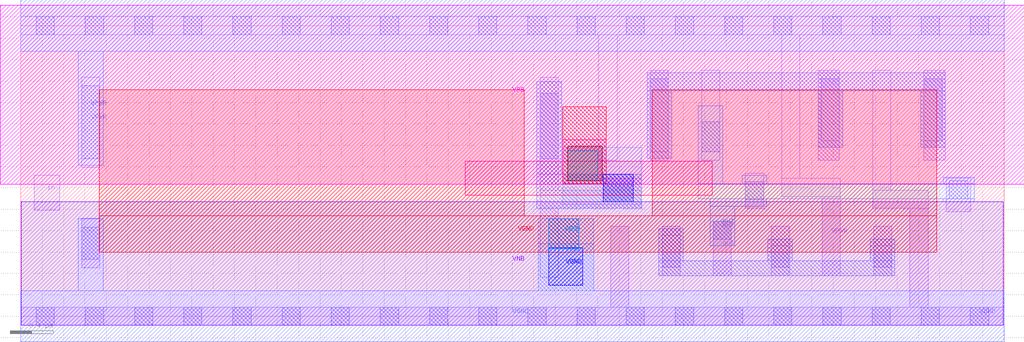
<source format=lef>
VERSION 5.7 ;
  NOWIREEXTENSIONATPIN ON ;
  DIVIDERCHAR "/" ;
  BUSBITCHARS "[]" ;
MACRO sky130_mm_sc_hd_dly5ns
  CLASS CORE ;
  FOREIGN sky130_mm_sc_hd_dly5ns ;
  ORIGIN 0.000 0.000 ;
  SIZE 9.200 BY 2.720 ;
  SITE unithd ;
  PIN in
    DIRECTION INPUT ;
    USE SIGNAL ;
    ANTENNAGATEAREA 4.880000 ;
    PORT
      LAYER li1 ;
        RECT 0.125 0.990 0.365 1.320 ;
    END
  END in
  PIN out
    DIRECTION OUTPUT ;
    USE SIGNAL ;
    ANTENNAGATEAREA 0.366000 ;
    ANTENNADIFFAREA 0.361800 ;
    PORT
      LAYER li1 ;
        RECT 6.370 1.460 6.540 2.300 ;
        RECT 6.780 1.010 6.950 1.340 ;
        RECT 8.660 0.980 8.890 1.290 ;
        RECT 6.480 0.380 6.650 0.890 ;
      LAYER mcon ;
        RECT 6.370 1.540 6.540 1.820 ;
        RECT 6.780 1.090 6.950 1.260 ;
        RECT 8.690 1.100 8.860 1.270 ;
        RECT 6.480 0.720 6.650 0.890 ;
      LAYER met1 ;
        RECT 6.340 1.240 6.570 1.970 ;
        RECT 6.750 1.240 6.980 1.320 ;
        RECT 8.630 1.240 8.920 1.300 ;
        RECT 6.340 1.100 8.920 1.240 ;
        RECT 6.450 1.030 6.980 1.100 ;
        RECT 8.630 1.070 8.920 1.100 ;
        RECT 6.450 0.660 6.680 1.030 ;
    END
  END out
  PIN VPWR
    DIRECTION INOUT ;
    USE POWER ;
    SHAPE ABUTMENT ;
    PORT
      LAYER li1 ;
        RECT 0.000 2.635 9.200 2.805 ;
        RECT 0.570 1.395 0.740 2.235 ;
        RECT 5.410 1.460 5.580 2.635 ;
        RECT 7.120 1.290 7.290 2.635 ;
        RECT 7.120 1.120 7.670 1.290 ;
        RECT 7.500 0.380 7.670 1.120 ;
      LAYER mcon ;
        RECT 0.145 2.635 0.315 2.805 ;
        RECT 0.605 2.635 0.775 2.805 ;
        RECT 1.065 2.635 1.235 2.805 ;
        RECT 1.525 2.635 1.695 2.805 ;
        RECT 1.985 2.635 2.155 2.805 ;
        RECT 2.445 2.635 2.615 2.805 ;
        RECT 2.905 2.635 3.075 2.805 ;
        RECT 3.365 2.635 3.535 2.805 ;
        RECT 3.825 2.635 3.995 2.805 ;
        RECT 4.285 2.635 4.455 2.805 ;
        RECT 4.745 2.635 4.915 2.805 ;
        RECT 5.205 2.635 5.375 2.805 ;
        RECT 5.665 2.635 5.835 2.805 ;
        RECT 6.125 2.635 6.295 2.805 ;
        RECT 6.585 2.635 6.755 2.805 ;
        RECT 7.045 2.635 7.215 2.805 ;
        RECT 7.505 2.635 7.675 2.805 ;
        RECT 7.965 2.635 8.135 2.805 ;
        RECT 8.425 2.635 8.595 2.805 ;
        RECT 8.885 2.635 9.055 2.805 ;
        RECT 0.570 1.475 0.740 2.155 ;
      LAYER met1 ;
        RECT 0.000 2.480 9.200 2.960 ;
        RECT 0.540 1.415 0.770 2.480 ;
    END
  END VPWR
  PIN VGND
    DIRECTION INOUT ;
    USE GROUND ;
    SHAPE ABUTMENT ;
    PORT
      LAYER li1 ;
        RECT 7.970 1.180 8.140 2.300 ;
        RECT 7.970 1.010 8.490 1.180 ;
        RECT 0.570 0.455 0.740 0.915 ;
        RECT 5.520 0.085 5.690 0.840 ;
        RECT 8.320 0.085 8.490 1.010 ;
        RECT 0.000 -0.085 9.200 0.085 ;
      LAYER mcon ;
        RECT 0.570 0.535 0.740 0.835 ;
        RECT 0.145 -0.085 0.315 0.085 ;
        RECT 0.605 -0.085 0.775 0.085 ;
        RECT 1.065 -0.085 1.235 0.085 ;
        RECT 1.525 -0.085 1.695 0.085 ;
        RECT 1.985 -0.085 2.155 0.085 ;
        RECT 2.445 -0.085 2.615 0.085 ;
        RECT 2.905 -0.085 3.075 0.085 ;
        RECT 3.365 -0.085 3.535 0.085 ;
        RECT 3.825 -0.085 3.995 0.085 ;
        RECT 4.285 -0.085 4.455 0.085 ;
        RECT 4.745 -0.085 4.915 0.085 ;
        RECT 5.205 -0.085 5.375 0.085 ;
        RECT 5.665 -0.085 5.835 0.085 ;
        RECT 6.125 -0.085 6.295 0.085 ;
        RECT 6.585 -0.085 6.755 0.085 ;
        RECT 7.045 -0.085 7.215 0.085 ;
        RECT 7.505 -0.085 7.675 0.085 ;
        RECT 7.965 -0.085 8.135 0.085 ;
        RECT 8.425 -0.085 8.595 0.085 ;
        RECT 8.885 -0.085 9.055 0.085 ;
      LAYER met1 ;
        RECT 0.540 0.240 0.770 0.910 ;
        RECT 4.840 0.240 5.360 0.680 ;
        RECT 0.000 -0.240 9.200 0.240 ;
      LAYER via ;
        RECT 4.940 0.290 5.260 0.640 ;
      LAYER met2 ;
        RECT 4.840 0.240 5.360 0.910 ;
      LAYER via2 ;
        RECT 4.940 0.630 5.220 0.910 ;
      LAYER met3 ;
        RECT 0.735 0.940 4.710 2.120 ;
        RECT 5.910 0.940 8.570 2.120 ;
        RECT 0.735 0.600 8.570 0.940 ;
    END
  END VGND
  PIN VPB
    DIRECTION INOUT ;
    USE POWER ;
    PORT
      LAYER nwell ;
        RECT -0.190 1.235 9.390 2.910 ;
    END
  END VPB
  PIN VNB
    DIRECTION INOUT ;
    USE GROUND ;
    PORT
      LAYER pwell ;
        RECT 0.005 -0.085 9.195 1.070 ;
    END
  END VNB
  OBS
      LAYER li1 ;
        RECT 4.860 1.180 5.030 2.235 ;
        RECT 5.890 1.460 6.060 2.300 ;
        RECT 7.460 1.460 7.660 2.300 ;
        RECT 8.450 1.460 8.650 2.300 ;
        RECT 5.450 1.180 5.810 1.290 ;
        RECT 4.860 1.010 5.810 1.180 ;
        RECT 4.860 0.365 5.030 1.010 ;
        RECT 6.000 0.380 6.170 0.840 ;
        RECT 7.020 0.380 7.190 0.840 ;
        RECT 7.980 0.380 8.150 0.840 ;
      LAYER mcon ;
        RECT 4.860 1.475 5.030 2.085 ;
        RECT 5.890 1.540 6.060 2.220 ;
        RECT 7.490 1.640 7.660 2.220 ;
        RECT 8.450 1.640 8.620 2.220 ;
        RECT 5.450 1.070 5.730 1.240 ;
        RECT 6.000 0.460 6.170 0.760 ;
        RECT 7.020 0.460 7.190 0.660 ;
        RECT 7.980 0.460 8.150 0.660 ;
      LAYER met1 ;
        RECT 4.830 1.330 5.060 2.195 ;
        RECT 5.860 2.110 8.650 2.280 ;
        RECT 5.860 1.480 6.090 2.110 ;
        RECT 7.460 1.580 7.690 2.110 ;
        RECT 8.420 1.580 8.650 2.110 ;
        RECT 4.830 1.010 5.810 1.330 ;
        RECT 5.970 0.520 6.200 0.820 ;
        RECT 6.990 0.520 7.220 0.720 ;
        RECT 7.950 0.520 8.180 0.720 ;
        RECT 5.970 0.380 8.180 0.520 ;
      LAYER via ;
        RECT 5.450 1.070 5.730 1.330 ;
      LAYER met2 ;
        RECT 5.070 1.050 5.810 1.580 ;
      LAYER via2 ;
        RECT 5.120 1.270 5.400 1.550 ;
      LAYER met3 ;
        RECT 5.070 1.240 5.480 1.960 ;
      LAYER via3 ;
        RECT 5.120 1.270 5.440 1.590 ;
      LAYER met4 ;
        RECT 5.070 1.450 5.480 1.650 ;
        RECT 4.160 1.130 6.470 1.450 ;
  END
END sky130_mm_sc_hd_dly5ns
END LIBRARY


</source>
